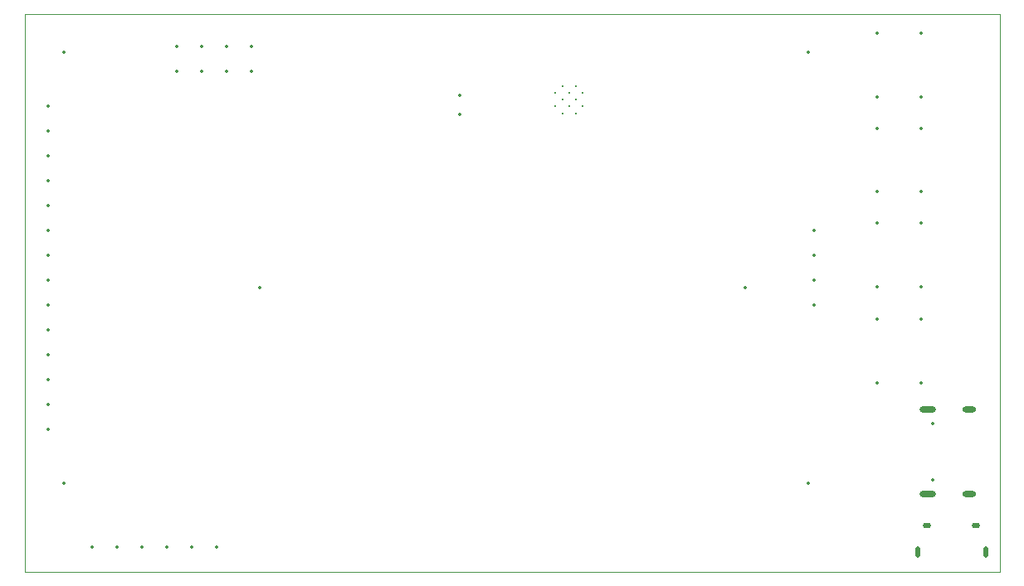
<source format=gko>
%TF.GenerationSoftware,KiCad,Pcbnew,9.0.5*%
%TF.CreationDate,2025-11-26T19:59:54+01:00*%
%TF.ProjectId,stacja_pogody_modu__wew,73746163-6a61-45f7-906f-676f64795f6d,rev?*%
%TF.SameCoordinates,Original*%
%TF.FileFunction,Profile,NP*%
%FSLAX46Y46*%
G04 Gerber Fmt 4.6, Leading zero omitted, Abs format (unit mm)*
G04 Created by KiCad (PCBNEW 9.0.5) date 2025-11-26 19:59:54*
%MOMM*%
%LPD*%
G01*
G04 APERTURE LIST*
%TA.AperFunction,Profile*%
%ADD10C,0.050000*%
%TD*%
%ADD11C,0.350000*%
%ADD12C,0.200000*%
%ADD13O,1.700000X0.600000*%
%ADD14O,1.400000X0.600000*%
%ADD15O,0.500000X1.150000*%
%ADD16O,0.850000X0.550000*%
G04 APERTURE END LIST*
D10*
X101000000Y-59000000D02*
X200500000Y-59000000D01*
X200500000Y-116000000D01*
X101000000Y-116000000D01*
X101000000Y-59000000D01*
D11*
X174500000Y-87000000D03*
X180918400Y-106995026D03*
X180918044Y-62894849D03*
X105024743Y-62907515D03*
X105018400Y-106995026D03*
X103419672Y-68399569D03*
X103419672Y-70939569D03*
X103419672Y-73479569D03*
X103419672Y-76019569D03*
X103419672Y-78559569D03*
X103419672Y-81099569D03*
X103419672Y-83639569D03*
X103419672Y-86179569D03*
X103419672Y-88719569D03*
X103419672Y-91259569D03*
X103419672Y-93799569D03*
X103419672Y-96339569D03*
X103419672Y-98879569D03*
X103419672Y-101419569D03*
X181518044Y-81099849D03*
X181518044Y-83639849D03*
X181518044Y-86179849D03*
X181518044Y-88719849D03*
X120620000Y-113440000D03*
X118080000Y-113440000D03*
X115540000Y-113440000D03*
X113000000Y-113440000D03*
X110460000Y-113440000D03*
X107920000Y-113440000D03*
X192440000Y-90190000D03*
X192440000Y-96690000D03*
X187940000Y-90190000D03*
X187940000Y-96690000D03*
X145360000Y-67370000D03*
X145360000Y-69270000D03*
X192480000Y-80370000D03*
X192480000Y-86870000D03*
X187980000Y-80370000D03*
X187980000Y-86870000D03*
X187990000Y-67460000D03*
X187990000Y-60960000D03*
X192490000Y-67460000D03*
X192490000Y-60960000D03*
X125000000Y-87000000D03*
D12*
X155160000Y-67070000D03*
X155160000Y-68470000D03*
X155860000Y-66370000D03*
X155860000Y-67770000D03*
X155860000Y-69170000D03*
X156560000Y-67070000D03*
X156560000Y-68470000D03*
X157260000Y-66370000D03*
X157260000Y-67770000D03*
X157260000Y-69170000D03*
X157960000Y-67070000D03*
X157960000Y-68470000D03*
D11*
X193675000Y-106650000D03*
X193675000Y-100870000D03*
D13*
X193175000Y-108080000D03*
D14*
X197355000Y-108080000D03*
D13*
X193175000Y-99440000D03*
D14*
X197355000Y-99440000D03*
D15*
X192090000Y-113990000D03*
D16*
X193090000Y-111290000D03*
X198090000Y-111290000D03*
D15*
X199090000Y-113990000D03*
D11*
X187990000Y-77180000D03*
X187990000Y-70680000D03*
X192490000Y-77180000D03*
X192490000Y-70680000D03*
X124170000Y-64840000D03*
X124170000Y-62300000D03*
X121630000Y-64840000D03*
X121630000Y-62300000D03*
X119090000Y-64840000D03*
X119090000Y-62300000D03*
X116550000Y-64840000D03*
X116550000Y-62300000D03*
M02*

</source>
